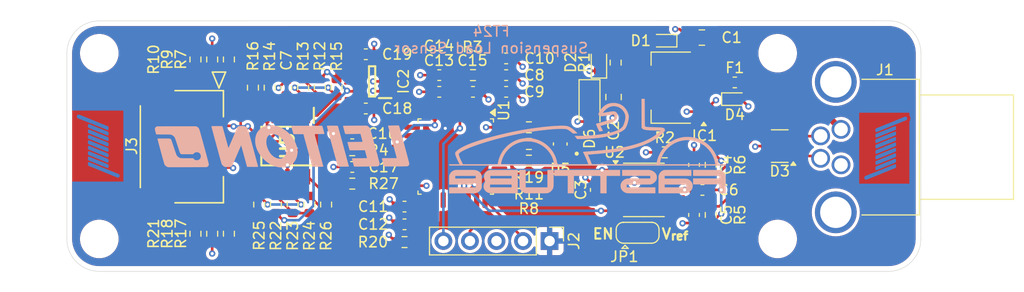
<source format=kicad_pcb>
(kicad_pcb
	(version 20240108)
	(generator "pcbnew")
	(generator_version "8.0")
	(general
		(thickness 1.6)
		(legacy_teardrops no)
	)
	(paper "A4")
	(layers
		(0 "F.Cu" signal)
		(1 "In1.Cu" signal)
		(2 "In2.Cu" signal)
		(31 "B.Cu" signal)
		(32 "B.Adhes" user "B.Adhesive")
		(33 "F.Adhes" user "F.Adhesive")
		(34 "B.Paste" user)
		(35 "F.Paste" user)
		(36 "B.SilkS" user "B.Silkscreen")
		(37 "F.SilkS" user "F.Silkscreen")
		(38 "B.Mask" user)
		(39 "F.Mask" user)
		(40 "Dwgs.User" user "User.Drawings")
		(41 "Cmts.User" user "User.Comments")
		(42 "Eco1.User" user "User.Eco1")
		(43 "Eco2.User" user "User.Eco2")
		(44 "Edge.Cuts" user)
		(45 "Margin" user)
		(46 "B.CrtYd" user "B.Courtyard")
		(47 "F.CrtYd" user "F.Courtyard")
		(48 "B.Fab" user)
		(49 "F.Fab" user)
		(50 "User.1" user)
		(51 "User.2" user)
		(52 "User.3" user)
		(53 "User.4" user)
		(54 "User.5" user)
		(55 "User.6" user)
		(56 "User.7" user)
		(57 "User.8" user)
		(58 "User.9" user)
	)
	(setup
		(stackup
			(layer "F.SilkS"
				(type "Top Silk Screen")
			)
			(layer "F.Paste"
				(type "Top Solder Paste")
			)
			(layer "F.Mask"
				(type "Top Solder Mask")
				(thickness 0.01)
			)
			(layer "F.Cu"
				(type "copper")
				(thickness 0.035)
			)
			(layer "dielectric 1"
				(type "prepreg")
				(thickness 0.1)
				(material "FR4")
				(epsilon_r 4.5)
				(loss_tangent 0.02)
			)
			(layer "In1.Cu"
				(type "copper")
				(thickness 0.035)
			)
			(layer "dielectric 2"
				(type "core")
				(thickness 1.24)
				(material "FR4")
				(epsilon_r 4.5)
				(loss_tangent 0.02)
			)
			(layer "In2.Cu"
				(type "copper")
				(thickness 0.035)
			)
			(layer "dielectric 3"
				(type "prepreg")
				(thickness 0.1)
				(material "FR4")
				(epsilon_r 4.5)
				(loss_tangent 0.02)
			)
			(layer "B.Cu"
				(type "copper")
				(thickness 0.035)
			)
			(layer "B.Mask"
				(type "Bottom Solder Mask")
				(thickness 0.01)
			)
			(layer "B.Paste"
				(type "Bottom Solder Paste")
			)
			(layer "B.SilkS"
				(type "Bottom Silk Screen")
			)
			(copper_finish "None")
			(dielectric_constraints no)
		)
		(pad_to_mask_clearance 0)
		(allow_soldermask_bridges_in_footprints no)
		(pcbplotparams
			(layerselection 0x00010fc_ffffffff)
			(plot_on_all_layers_selection 0x0000000_00000000)
			(disableapertmacros no)
			(usegerberextensions no)
			(usegerberattributes yes)
			(usegerberadvancedattributes yes)
			(creategerberjobfile yes)
			(dashed_line_dash_ratio 12.000000)
			(dashed_line_gap_ratio 3.000000)
			(svgprecision 4)
			(plotframeref no)
			(viasonmask no)
			(mode 1)
			(useauxorigin no)
			(hpglpennumber 1)
			(hpglpenspeed 20)
			(hpglpendiameter 15.000000)
			(pdf_front_fp_property_popups yes)
			(pdf_back_fp_property_popups yes)
			(dxfpolygonmode yes)
			(dxfimperialunits yes)
			(dxfusepcbnewfont yes)
			(psnegative no)
			(psa4output no)
			(plotreference yes)
			(plotvalue yes)
			(plotfptext yes)
			(plotinvisibletext no)
			(sketchpadsonfab no)
			(subtractmaskfromsilk no)
			(outputformat 1)
			(mirror no)
			(drillshape 1)
			(scaleselection 1)
			(outputdirectory "")
		)
	)
	(net 0 "")
	(net 1 "+12V")
	(net 2 "GND")
	(net 3 "+3V3")
	(net 4 "/CANH")
	(net 5 "/CANL")
	(net 6 "/NRST")
	(net 7 "/V_{x}")
	(net 8 "/V_{y}")
	(net 9 "Net-(D2-A)")
	(net 10 "Net-(JP1-C)")
	(net 11 "Net-(U2-Rs)")
	(net 12 "/V_{out,x}")
	(net 13 "/V_{1,x}")
	(net 14 "/Strain_in_x")
	(net 15 "Net-(R13-Pad2)")
	(net 16 "/V_{1,y}")
	(net 17 "/Strain_in_y")
	(net 18 "Net-(R23-Pad2)")
	(net 19 "/V_{out,y}")
	(net 20 "unconnected-(U1-PA3-Pad9)")
	(net 21 "unconnected-(U1-PB0-Pad14)")
	(net 22 "unconnected-(U1-PA15-Pad25)")
	(net 23 "unconnected-(U1-PF1-Pad3)")
	(net 24 "unconnected-(U1-PA6-Pad12)")
	(net 25 "unconnected-(U1-PB4-Pad27)")
	(net 26 "unconnected-(U1-PA4-Pad10)")
	(net 27 "unconnected-(U1-PB3-Pad26)")
	(net 28 "/SWDIO")
	(net 29 "/SWCLK")
	(net 30 "unconnected-(U1-PB1-Pad15)")
	(net 31 "unconnected-(U1-PA10-Pad20)")
	(net 32 "unconnected-(U1-PA5-Pad11)")
	(net 33 "unconnected-(U1-PB5-Pad28)")
	(net 34 "Net-(D1-K)")
	(net 35 "unconnected-(U1-PA2-Pad8)")
	(net 36 "unconnected-(U1-PA7-Pad13)")
	(net 37 "unconnected-(U1-PF0-Pad2)")
	(net 38 "unconnected-(U1-PA9-Pad19)")
	(net 39 "/CAN_Rx")
	(net 40 "/CAN_Tx")
	(net 41 "/V_{ref}")
	(net 42 "Net-(D5-RK)")
	(net 43 "/LED_R")
	(net 44 "/LED_G")
	(net 45 "Net-(D5-GK)")
	(net 46 "Net-(D5-BK)")
	(net 47 "/LED_B")
	(net 48 "/V_{can}")
	(net 49 "unconnected-(IC2-NR-Pad5)")
	(net 50 "Net-(U5B--)")
	(net 51 "Net-(U5D--)")
	(net 52 "Net-(U5A--)")
	(net 53 "Net-(U5C--)")
	(net 54 "Net-(U1-PA8)")
	(footprint "Capacitor_SMD:C_0603_1608Metric" (layer "F.Cu") (at 131.7 92.8 180))
	(footprint "Resistor_SMD:R_0603_1608Metric" (layer "F.Cu") (at 116.7 85.7 -90))
	(footprint "Resistor_SMD:R_0603_1608Metric" (layer "F.Cu") (at 119.9 102.4 90))
	(footprint "Resistor_SMD:R_0603_1608Metric" (layer "F.Cu") (at 130.2 88.4 90))
	(footprint "Resistor_SMD:R_0603_1608Metric" (layer "F.Cu") (at 118.3 85.7 90))
	(footprint "MountingHole:MountingHole_3.2mm_M3_DIN965" (layer "F.Cu") (at 107.5 102.9))
	(footprint "Capacitor_SMD:C_0603_1608Metric" (layer "F.Cu") (at 133 85.2))
	(footprint "Resistor_SMD:R_0603_1608Metric" (layer "F.Cu") (at 156.9 86 90))
	(footprint "Jumper:SolderJumper-3_P1.3mm_Open_RoundedPad1.0x1.5mm" (layer "F.Cu") (at 159 102.305))
	(footprint "Capacitor_SMD:C_0603_1608Metric" (layer "F.Cu") (at 146.425 85.6))
	(footprint "Resistor_SMD:R_0603_1608Metric" (layer "F.Cu") (at 161.6 94.6 180))
	(footprint "Resistor_SMD:R_0603_1608Metric" (layer "F.Cu") (at 127 88.4 -90))
	(footprint "Resistor_SMD:R_0603_1608Metric" (layer "F.Cu") (at 122.8 99.6 -90))
	(footprint "Resistor_SMD:R_0603_1608Metric" (layer "F.Cu") (at 122.2 88.4 -90))
	(footprint "Resistor_SMD:R_0603_1608Metric" (layer "F.Cu") (at 126 99.6 90))
	(footprint "SLS:LED_150080M153000" (layer "F.Cu") (at 151.6 93.8 180))
	(footprint "Package_SO:SOIC-8_3.9x4.9mm_P1.27mm" (layer "F.Cu") (at 159.6 98.2))
	(footprint "SLS:spring" (layer "F.Cu") (at 107.4 94))
	(footprint "Resistor_SMD:R_0603_1608Metric" (layer "F.Cu") (at 131.7 97.6))
	(footprint "SLS:SOP65P640X120-14N" (layer "F.Cu") (at 125.5 94 -90))
	(footprint "Resistor_SMD:R_0603_1608Metric" (layer "F.Cu") (at 116.7 102.4 90))
	(footprint "Capacitor_SMD:C_0603_1608Metric" (layer "F.Cu") (at 164.4 95.8 90))
	(footprint "SLS:spring" (layer "F.Cu") (at 182.599071 94.200295 180))
	(footprint "Resistor_SMD:R_0603_1608Metric" (layer "F.Cu") (at 166 100.6 90))
	(footprint "SLS:CON_2053380003" (layer "F.Cu") (at 118.95 92.06035 90))
	(footprint "Capacitor_SMD:C_0603_1608Metric" (layer "F.Cu") (at 136.7 101.5 180))
	(footprint "LED_SMD:LED_0603_1608Metric" (layer "F.Cu") (at 155.3 86 90))
	(footprint "Resistor_SMD:R_0603_1608Metric" (layer "F.Cu") (at 129.2 99.6 90))
	(footprint "Resistor_SMD:R_0603_1608Metric" (layer "F.Cu") (at 124.4 99.6 90))
	(footprint "Fuse:Fuse_0603_1608Metric" (layer "F.Cu") (at 168.3 87.9 180))
	(footprint "Capacitor_SMD:C_0603_1608Metric" (layer "F.Cu") (at 125.4 88.4 90))
	(footprint "MountingHole:MountingHole_3.2mm_M3_DIN965" (layer "F.Cu") (at 172.4 85.1))
	(footprint "Capacitor_SMD:C_0603_1608Metric" (layer "F.Cu") (at 146.425 88.8))
	(footprint "Package_QFP:LQFP-32_7x7mm_P0.8mm"
		(layer "F.Cu")
		(uuid "7c4f5b29-d5d9-4331-b0c8-3fe2eef5306a")
		(at 141.6 95 -90)
		(descr "LQFP, 32 Pin (https://www.nxp.com/docs/en/package-information/SOT358-1.pdf), generated with kicad-footprint-generator ipc_gullwing_generator.py")
		(tags "LQFP QFP")
		(property "Reference" "U1"
			(at -4.4 -4.6 90)
			(layer "F.SilkS")
			(uuid "61f2d562-1edd-42b2-9be8-fa2d5e191aec")
			(effects
				(font
					(size 1 1)
					(thickness 0.15)
				)
			)
		)
		(property "Value" "STM32F042K6Tx"
			(at 0 5.88 90)
			(layer "F.Fab")
			(uuid "98f48813-54c6-4aa5-81ae-ba3020bc2473")
			(effects
				(font
					(size 1 1)
					(thickness 0.15)
				)
			)
		)
		(property "Footprint" "Package_QFP:LQFP-32_7x7mm_P0.8mm"
			(at 0 0 -90)
			(unlocked yes)
			(layer "F.Fab")
			(hide yes)
			(uuid "764de80b-7adb-4481-9d49-426c719f970a")
			(effects
				(font
					(size 1.27 1.27)
				)
			)
		)
		(property "Datasheet" "https://www.st.com/resource/en/datasheet/stm32f042k6.pdf"
			(at 0 0 -90)
			(unlocked yes)
			(layer "F.Fab")
			(hide yes)
			(uuid "d177476d-ef41-4660-9646-e3e6e6d39f4f")
			(effects
				(font
					(size 1.27 1.27)
				)
			)
		)
		(property "Description" "STMicroelectronics Arm Cortex-M0 MCU, 32KB flash, 6KB RAM, 48 MHz, 2.0-3.6V, 26 GPIO, LQFP32"
			(at 0 0 -90)
			(unlocked yes)
			(layer "F.Fab")
			(hide yes)
			(uuid "b500d89a-b392-45bf-a8f6-4f7e1340c316")
			(effects
				(font
					(size 1.27 1.27)
				)
			)
		)
		(property ki_fp_filters "LQFP*7x7mm*P0.8mm*")
		(path "/6ae4e790-4ab9-4d5c-a440-d20df6170ca4")
		(sheetname "Root")
		(sheetfile "FT24-SLS.kicad_sch")
		(attr smd)
		(fp_line
			(start -3.61 3.61)
			(end -3.61 3.31)
			(stroke
				(width 0.12)
				(type solid)
			)
			(layer "F.SilkS")
			(uuid "71b84e0e-e7f9-4a40-95a8-5df10f52cfb9")
		)
		(fp_line
			(start -3.31 3.61)
			(end -3.61 3.61)
			(stroke
				(width 0.12)
				(type solid)
			)
			(layer "F.SilkS")
			(uuid "c049c834-0ca1-4916-8a70-81e8de02ec19")
		)
		(fp_line
			(start 3.31 3.61)
			(end 3.61 3.61)
			(stroke
				(width 0.12)
				(type solid)
			)
			(layer "F.SilkS")
			(uuid "e2b31520-5093-4ad6-af63-fcadaa53baa8")
		)
		(fp_line
			(start 3.61 3.61)
			(end 3.61 3.31)
			(stroke
				(width 0.12)
				(type solid)
			)
			(layer "F.SilkS")
			(uuid "d596fce0-bfca-4579-ab96-4a2fd6f4d8ed")
		)
		(fp_line
			(start -3.61 -3.61)
			(end -3.61 -3.31)
			(stroke
				(width 0.12)
				(type solid)
			)
			(layer "F.SilkS")
			(uuid "f51eec75-4851-4e2a-bacd-2bbb8da96874")
		)
		(fp_line
			(start -3.31 -3.61)
			(end -3.61 -3.61)
			(stroke
				(width 0.12)
				(type solid)
			)
			(layer "F.SilkS")
			(uuid "b0d4bba3-6d2e-4ef3-bbce-8022abdfcbfd")
		)
		(fp_line
			(start 3.31 -3.61)
			(end 3.61 -3.61)
			(stroke
				(width 0.12)
				(type solid)
			)
			(layer "F.SilkS")
			(uuid "74f6ab2d-ceb5-4f0d-ab3c-20e2ed235efd")
		)
		(fp_line
			(start 3.61 -3.61)
			(end 3.61 -3.31)
			(stroke
				(width 0.12)
				(type solid)
			)
			(layer "F.SilkS")
			(uuid "45606f38-3cfc-4296-be35-d2fb462be2c7")
		)
		(fp_poly
			(pts
				(xy -4.2125 -3.31) (xy -4.5525 -3.78) (xy -3.8725 -3.78) (xy -4.2125 -3.31)
			)
			(stroke
				(width 0.12)
				(type solid)
			)
			(fill solid)
			(layer "F.SilkS")
			(uuid "bfbab682-baf5-495e-93e2-2af6169c125e")
		)
		(fp_line
			(start -3.3 5.18)
			(end -3.3 3.75)
			(stroke
				(width 0.05)
				(type solid)
			)
			(layer "F.CrtYd")
			(uuid "3482de6e-d111-4236-a392-eff5e43e9fe3")
		)
		(fp_line
			(start 0 5.18)
			(end -3.3 5.18)
			(stroke
				(width 0.05)
				(type solid)
			)
			(layer "F.CrtYd")
			(uuid "2311002b-f1fe-4a08-8f3d-55eea7eb254e")
		)
		(fp_line
			(start 0 5.18)
			(end 3.3 5.18)
			(stroke
				(width 0.05)
				(type solid)
			)
			(layer "F.CrtYd")
			(uuid "7a7301a9-a8ae-471f-8152-6ccce7e079a6")
		)
		(fp_line
			(start 3.3 5.18)
			(end 3.3 3.75)
			(stroke
				(width 0.05)
				(type solid)
			)
			(layer "F.CrtYd")
			(uuid "ae8dd5e6-968a-4877-a465-2d6f75116afd")
		)
		(fp_line
			(start -3.75 3.75)
			(end -3.75 3.3)
			(stroke
				(width 0.05)
				(type solid)
			)
			(layer "F.CrtYd")
			(uuid "08e942bf-bb30-488f-b4f0-9219efcd52f8")
		)
		(fp_line
			(start -3.3 3.75)
			(end -3.75 3.75)
			(stroke
				(width 0.05)
				(type solid)
			)
			(layer "F.CrtYd")
			(uuid "8d4d3cd3-31de-4ac9-b284-201bbc24ec88")
		)
		(fp_line
			(start 3.3 3.75)
			(end 3.75 3.75)
			(stroke
				(width 0.05)
				(type solid)
			)
			(layer "F.CrtYd")
			(uuid "0162496e-d504-4d87-aea9-8a62a1ac0005")
		)
		(fp_line
			(start 3.75 3.75)
			(end 3.75 3.3)
			(stroke
				(width 0.05)
				(type solid)
			)
			(layer "F.CrtYd")
			(uuid "4c52d040-abed-422b-9bb0-ca861db2f3b0")
		)
		(fp_line
			(start -5.18 3.3)
			(end -5.18 0)
			(stroke
				(width 0.05)
				(type solid)
			)
			(layer "F.CrtYd")
			(uuid "1419bfd1-484a-49ae-b68e-c2565fbdbad6")
		)
		(fp_line
			(start -3.75 3.3)
			(end -5.18 3.3)
			(stroke
				(width 0.05)
				(type solid)
			)
			(layer "F.CrtYd")
			(uuid "acd59dec-a40b-4f10-b7c5-38f66ef6d4bf")
		)
		(fp_line
			(start 3.75 3.3)
			(end 5.18 3.3)
			(stroke
				(width 0.05)
				(type solid)
			)
			(layer "F.CrtYd")
			(uuid "97711b98-deb6-4374-b700-9ac8220d5e8e")
		)
		(fp_line
			(start 5.18 3.3)
			(end 5.18 0)
			(stroke
				(width 0.05)
				(type solid)
			)
			(layer "F.CrtYd")
			(uuid "cbff6606-67ee-4289-9386-942fc9376eba")
		)
		(fp_line
			(start -5.18 -3.3)
			(end -5.18 0)
			(stroke
				(width 0.05)
				(type solid)
			)
			(layer "F.CrtYd")
			(uuid "616c8b50-b414-40fa-b357-00046c4f9cc0")
		)
		(fp_line
			(start -3.75 -3.3)
			(end -5.18 -3.3)
			(stroke
				(width 0.05)
				(type solid)
			)
			(layer "F.CrtYd")
			(uuid "3874cf23-482b-4efa-8fcb-66cfc0b627fb")
		)
		(fp_line
			(start 3.75 -3.3)
			(end 5.18 -3.3)
			(stroke
				(width 0.05)
				(type solid)
			)
			(layer "F.CrtYd")
			(uuid "6a5d6a7f-a020-4ead-930f-6f78530fe3a8")
		)
		(fp_line
			(start 5.18 -3.3)
			(end 5.18 0)
			(stroke
				(width 0.05)
				(type solid)
			)
			(layer "F.CrtYd")
			(uuid "43ba7734-63dc-4019-8c22-d036531e71dd")
		)
		(fp_line
			(start -3.75 -3.75)
			(end -3.75 -3.3)
			(stroke
				(width 0.05)
				(type solid)
			)
			(layer "F.CrtYd")
			(uuid "78c55133-341e-4d70-995e-e906a0dd5267")
		)
		(fp_line
			(start -3.3 -3.75)
			(end -3.75 -3.75)
			(stroke
				(width 0.05)
				(type solid)
			)
			(layer "F.CrtYd")
			(uuid "b84b9067-8578-4a7c-93ab-aea154a9b762")
		)
		(fp_line
			(start 3.3 -3.75)
			(end 3.75 -3.75)
			(stroke
				(width 0.05)
				(type solid)
			)
			(layer "F.CrtYd")
			(uuid "6952f7ed-6689-4d99-a5d7-7807af836856")
		)
		(fp_line
			(start 3.75 -3.75)
			(end 3.75 -3.3)
			(stroke
				(width 0.05)
				(type solid)
		
... [674999 chars truncated]
</source>
